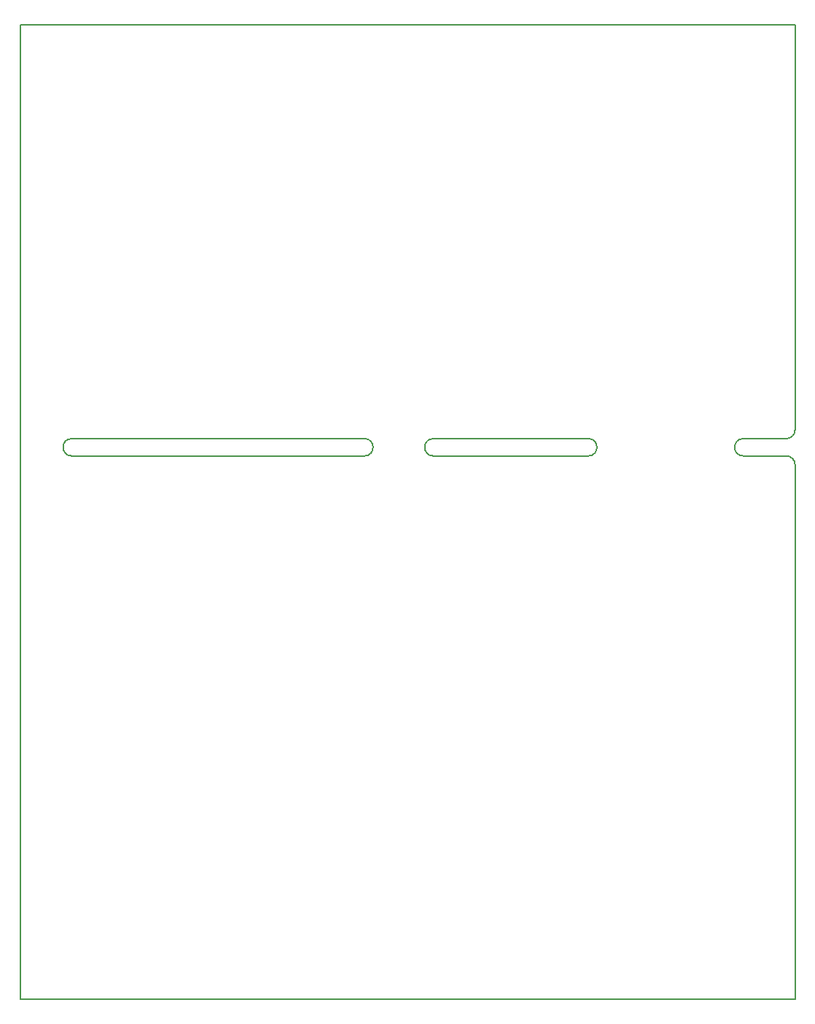
<source format=gbr>
%TF.GenerationSoftware,KiCad,Pcbnew,5.0.2-bee76a0~70~ubuntu18.04.1*%
%TF.CreationDate,2019-03-28T19:33:59+07:00*%
%TF.ProjectId,Layer1,4c617965-7231-42e6-9b69-6361645f7063,rev?*%
%TF.SameCoordinates,PXc65d40PYc65d40*%
%TF.FileFunction,Profile,NP*%
%FSLAX46Y46*%
G04 Gerber Fmt 4.6, Leading zero omitted, Abs format (unit mm)*
G04 Created by KiCad (PCBNEW 5.0.2-bee76a0~70~ubuntu18.04.1) date Thu 28 Mar 2019 07:33:59 PM +07*
%MOMM*%
%LPD*%
G01*
G04 APERTURE LIST*
%ADD10C,0.150000*%
G04 APERTURE END LIST*
D10*
X90000000Y-51000000D02*
X90000000Y-113000000D01*
X89000000Y-50000000D02*
G75*
G02X90000000Y-51000000I0J-1000000D01*
G01*
X84000000Y-48000000D02*
X89000000Y-48000000D01*
X84000000Y-50000000D02*
G75*
G02X84000000Y-48000000I0J1000000D01*
G01*
X84000000Y-50000000D02*
X89000000Y-50000000D01*
X90000000Y-47000000D02*
G75*
G02X89000000Y-48000000I-1000000J0D01*
G01*
X6000000Y-50000000D02*
X40000000Y-50000000D01*
X40000000Y-48000000D02*
X6000000Y-48000000D01*
X48000000Y-50000000D02*
G75*
G02X48000000Y-48000000I0J1000000D01*
G01*
X40000000Y-48000000D02*
G75*
G02X40000000Y-50000000I0J-1000000D01*
G01*
X0Y-113000000D02*
X90000000Y-113000000D01*
X6000000Y-50000000D02*
G75*
G02X6000000Y-48000000I0J1000000D01*
G01*
X66000000Y-48000000D02*
G75*
G02X66000000Y-50000000I0J-1000000D01*
G01*
X48000000Y-50000000D02*
X66000000Y-50000000D01*
X48000000Y-48000000D02*
X66000000Y-48000000D01*
X90000000Y0D02*
X90000000Y-47000000D01*
X0Y0D02*
X0Y-113000000D01*
X0Y0D02*
X90000000Y0D01*
M02*

</source>
